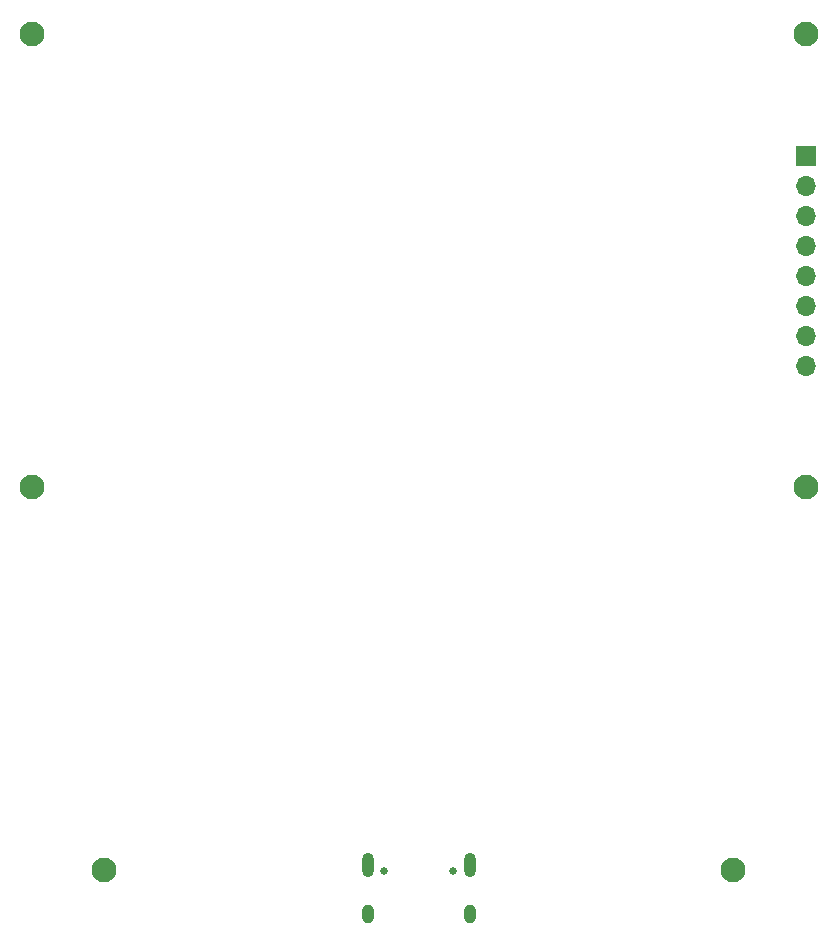
<source format=gbr>
%TF.GenerationSoftware,KiCad,Pcbnew,7.0.5*%
%TF.CreationDate,2023-09-20T09:45:38-07:00*%
%TF.ProjectId,EV9 Board Design,45563920-426f-4617-9264-204465736967,EV8*%
%TF.SameCoordinates,Original*%
%TF.FileFunction,Soldermask,Bot*%
%TF.FilePolarity,Negative*%
%FSLAX46Y46*%
G04 Gerber Fmt 4.6, Leading zero omitted, Abs format (unit mm)*
G04 Created by KiCad (PCBNEW 7.0.5) date 2023-09-20 09:45:38*
%MOMM*%
%LPD*%
G01*
G04 APERTURE LIST*
%ADD10C,2.100000*%
%ADD11R,1.700000X1.700000*%
%ADD12O,1.700000X1.700000*%
%ADD13C,0.650000*%
%ADD14O,1.000000X2.100000*%
%ADD15O,1.000000X1.600000*%
G04 APERTURE END LIST*
D10*
%TO.C,REF\u002A\u002A*%
X176937500Y-140345000D03*
%TD*%
D11*
%TO.C,J4*%
X183087500Y-79885000D03*
D12*
X183087500Y-82425000D03*
X183087500Y-84965000D03*
X183087500Y-87505000D03*
X183087500Y-90045000D03*
X183087500Y-92585000D03*
X183087500Y-95125000D03*
X183087500Y-97665000D03*
%TD*%
D10*
%TO.C,REF\u002A\u002A*%
X183087500Y-107925000D03*
%TD*%
%TO.C,REF\u002A\u002A*%
X117587500Y-107925000D03*
%TD*%
%TO.C,REF\u002A\u002A*%
X117587500Y-69625000D03*
%TD*%
%TO.C,REF\u002A\u002A*%
X183120000Y-69625000D03*
%TD*%
%TO.C,REF\u002A\u002A*%
X123637500Y-140345000D03*
%TD*%
D13*
%TO.C,J9*%
X147397500Y-140446000D03*
X153177500Y-140446000D03*
D14*
X145967500Y-139916000D03*
D15*
X145967500Y-144096000D03*
D14*
X154607500Y-139916000D03*
D15*
X154607500Y-144096000D03*
%TD*%
M02*

</source>
